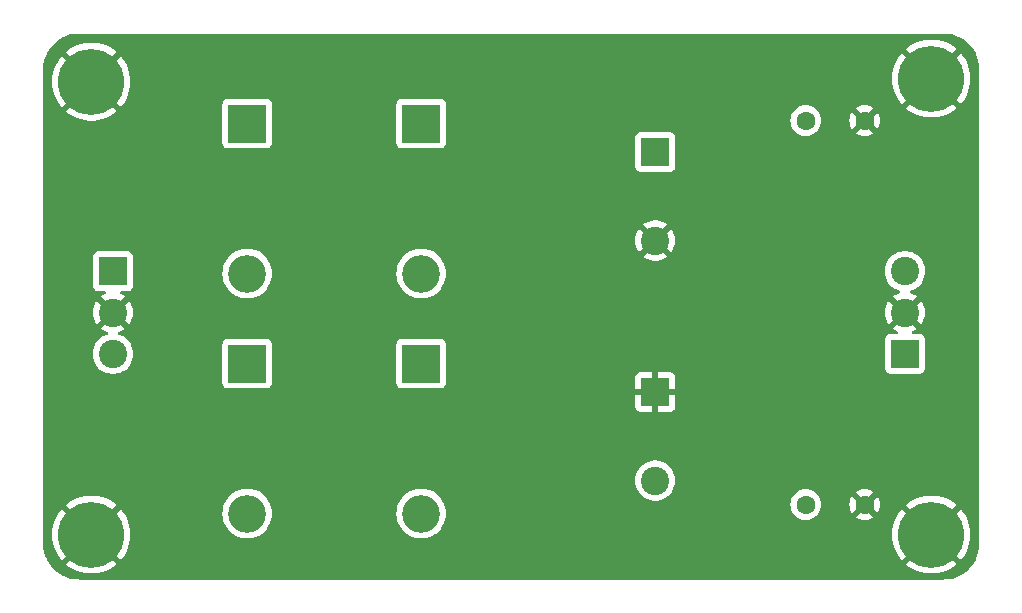
<source format=gbr>
%TF.GenerationSoftware,KiCad,Pcbnew,8.0.4*%
%TF.CreationDate,2024-09-01T10:08:45-04:00*%
%TF.ProjectId,power_supply,706f7765-725f-4737-9570-706c792e6b69,rev?*%
%TF.SameCoordinates,Original*%
%TF.FileFunction,Copper,L2,Bot*%
%TF.FilePolarity,Positive*%
%FSLAX46Y46*%
G04 Gerber Fmt 4.6, Leading zero omitted, Abs format (unit mm)*
G04 Created by KiCad (PCBNEW 8.0.4) date 2024-09-01 10:08:45*
%MOMM*%
%LPD*%
G01*
G04 APERTURE LIST*
%TA.AperFunction,ComponentPad*%
%ADD10C,5.600000*%
%TD*%
%TA.AperFunction,ComponentPad*%
%ADD11C,2.400000*%
%TD*%
%TA.AperFunction,ComponentPad*%
%ADD12R,2.400000X2.400000*%
%TD*%
%TA.AperFunction,ComponentPad*%
%ADD13R,3.200000X3.200000*%
%TD*%
%TA.AperFunction,ComponentPad*%
%ADD14O,3.200000X3.200000*%
%TD*%
%TA.AperFunction,ComponentPad*%
%ADD15C,1.600000*%
%TD*%
G04 APERTURE END LIST*
D10*
%TO.P,REF\u002A\u002A,1*%
%TO.N,GND*%
X60960000Y-104648000D03*
%TD*%
%TO.P,REF\u002A\u002A,1*%
%TO.N,GND*%
X132080000Y-104648000D03*
%TD*%
%TO.P,REF\u002A\u002A,1*%
%TO.N,GND*%
X132080000Y-66040000D03*
%TD*%
%TO.P,REF\u002A\u002A,1*%
%TO.N,GND*%
X60960000Y-66315000D03*
%TD*%
D11*
%TO.P,J2,3,Pin_3*%
%TO.N,/V+*%
X129856000Y-82352000D03*
%TO.P,J2,2,Pin_2*%
%TO.N,GND*%
X129856000Y-85852000D03*
D12*
%TO.P,J2,1,Pin_1*%
%TO.N,/V-*%
X129856000Y-89352000D03*
%TD*%
%TO.P,J1,1,Pin_1*%
%TO.N,/AC2*%
X62800000Y-82352000D03*
D11*
%TO.P,J1,2,Pin_2*%
%TO.N,GND*%
X62800000Y-85852000D03*
%TO.P,J1,3,Pin_3*%
%TO.N,/AC1*%
X62800000Y-89352000D03*
%TD*%
D13*
%TO.P,D3,1,K*%
%TO.N,/V+*%
X74168000Y-69850000D03*
D14*
%TO.P,D3,2,A*%
%TO.N,/AC2*%
X74168000Y-82550000D03*
%TD*%
D13*
%TO.P,D2,1,K*%
%TO.N,/AC2*%
X74168000Y-90170000D03*
D14*
%TO.P,D2,2,A*%
%TO.N,/V-*%
X74168000Y-102870000D03*
%TD*%
D13*
%TO.P,D1,1,K*%
%TO.N,/V+*%
X88900000Y-69850000D03*
D14*
%TO.P,D1,2,A*%
%TO.N,/AC1*%
X88900000Y-82550000D03*
%TD*%
D15*
%TO.P,C4,1*%
%TO.N,GND*%
X126452000Y-102108000D03*
%TO.P,C4,2*%
%TO.N,/V-*%
X121452000Y-102108000D03*
%TD*%
%TO.P,C3,1*%
%TO.N,/V+*%
X121452000Y-69596000D03*
%TO.P,C3,2*%
%TO.N,GND*%
X126452000Y-69596000D03*
%TD*%
D12*
%TO.P,C2,1*%
%TO.N,GND*%
X108712000Y-92576000D03*
D11*
%TO.P,C2,2*%
%TO.N,/V-*%
X108712000Y-100076000D03*
%TD*%
D12*
%TO.P,C1,1*%
%TO.N,/V+*%
X108712000Y-72256000D03*
D11*
%TO.P,C1,2*%
%TO.N,GND*%
X108712000Y-79756000D03*
%TD*%
D13*
%TO.P,D4,1,K*%
%TO.N,/AC1*%
X88900000Y-90170000D03*
D14*
%TO.P,D4,2,A*%
%TO.N,/V-*%
X88900000Y-102870000D03*
%TD*%
%TA.AperFunction,Conductor*%
%TO.N,GND*%
G36*
X133147471Y-62230195D02*
G01*
X133188136Y-62232478D01*
X133472949Y-62248473D01*
X133486748Y-62250027D01*
X133804695Y-62304049D01*
X133818252Y-62307143D01*
X134128148Y-62396423D01*
X134141272Y-62401016D01*
X134439215Y-62524427D01*
X134451737Y-62530456D01*
X134734006Y-62686461D01*
X134745779Y-62693859D01*
X135008789Y-62880475D01*
X135019649Y-62889135D01*
X135160492Y-63015000D01*
X135260127Y-63104039D01*
X135269960Y-63113872D01*
X135484859Y-63354344D01*
X135493528Y-63365216D01*
X135680139Y-63628219D01*
X135687538Y-63639993D01*
X135843539Y-63922255D01*
X135849572Y-63934784D01*
X135972983Y-64232727D01*
X135977576Y-64245851D01*
X136066856Y-64555747D01*
X136069950Y-64569304D01*
X136123970Y-64887240D01*
X136125527Y-64901058D01*
X136143805Y-65226527D01*
X136144000Y-65233480D01*
X136144000Y-105454519D01*
X136143805Y-105461472D01*
X136125527Y-105786941D01*
X136123970Y-105800759D01*
X136069950Y-106118695D01*
X136066856Y-106132252D01*
X135977576Y-106442148D01*
X135972983Y-106455272D01*
X135849572Y-106753215D01*
X135843539Y-106765744D01*
X135687538Y-107048006D01*
X135680139Y-107059780D01*
X135493528Y-107322783D01*
X135484859Y-107333655D01*
X135269960Y-107574127D01*
X135260127Y-107583960D01*
X135019655Y-107798859D01*
X135008783Y-107807528D01*
X134745780Y-107994139D01*
X134734006Y-108001538D01*
X134451744Y-108157539D01*
X134439215Y-108163572D01*
X134141272Y-108286983D01*
X134128148Y-108291576D01*
X133818252Y-108380856D01*
X133804695Y-108383950D01*
X133486759Y-108437970D01*
X133472941Y-108439527D01*
X133147472Y-108457805D01*
X133140519Y-108458000D01*
X59899481Y-108458000D01*
X59892528Y-108457805D01*
X59567058Y-108439527D01*
X59553240Y-108437970D01*
X59235304Y-108383950D01*
X59221747Y-108380856D01*
X58911851Y-108291576D01*
X58898727Y-108286983D01*
X58600784Y-108163572D01*
X58588255Y-108157539D01*
X58305993Y-108001538D01*
X58294219Y-107994139D01*
X58031216Y-107807528D01*
X58020344Y-107798859D01*
X57930000Y-107718123D01*
X57779870Y-107583958D01*
X57770039Y-107574127D01*
X57599586Y-107383390D01*
X57555135Y-107333649D01*
X57546475Y-107322789D01*
X57359859Y-107059779D01*
X57352461Y-107048006D01*
X57196456Y-106765737D01*
X57190427Y-106753215D01*
X57067016Y-106455272D01*
X57062423Y-106442148D01*
X56973143Y-106132252D01*
X56970049Y-106118695D01*
X56955944Y-106035677D01*
X56916027Y-105800748D01*
X56914473Y-105786949D01*
X56896195Y-105461471D01*
X56896000Y-105454519D01*
X56896000Y-104647997D01*
X57655153Y-104647997D01*
X57655153Y-104648002D01*
X57674526Y-105005314D01*
X57674527Y-105005331D01*
X57732415Y-105358431D01*
X57732421Y-105358457D01*
X57828147Y-105703232D01*
X57828149Y-105703239D01*
X57960597Y-106035659D01*
X57960606Y-106035677D01*
X58128218Y-106351827D01*
X58329024Y-106647994D01*
X58329035Y-106648008D01*
X58456441Y-106798002D01*
X58456442Y-106798002D01*
X59665747Y-105588697D01*
X59739588Y-105690330D01*
X59917670Y-105868412D01*
X60019300Y-105942251D01*
X58807257Y-107154294D01*
X58820495Y-107166836D01*
X59105367Y-107383388D01*
X59105370Y-107383390D01*
X59411990Y-107567876D01*
X59736739Y-107718122D01*
X59736744Y-107718123D01*
X60075855Y-107832383D01*
X60425339Y-107909311D01*
X60781075Y-107947999D01*
X60781085Y-107948000D01*
X61138915Y-107948000D01*
X61138924Y-107947999D01*
X61494660Y-107909311D01*
X61844144Y-107832383D01*
X62183255Y-107718123D01*
X62183260Y-107718122D01*
X62508009Y-107567876D01*
X62814629Y-107383390D01*
X62814632Y-107383388D01*
X63099509Y-107166831D01*
X63112742Y-107154295D01*
X63112742Y-107154294D01*
X61900699Y-105942251D01*
X62002330Y-105868412D01*
X62180412Y-105690330D01*
X62254251Y-105588698D01*
X63463556Y-106798002D01*
X63590972Y-106647998D01*
X63590975Y-106647994D01*
X63791781Y-106351827D01*
X63959393Y-106035677D01*
X63959402Y-106035659D01*
X64091850Y-105703239D01*
X64091852Y-105703232D01*
X64187578Y-105358457D01*
X64187584Y-105358431D01*
X64245472Y-105005331D01*
X64245473Y-105005314D01*
X64264847Y-104648002D01*
X64264847Y-104647997D01*
X64245473Y-104290685D01*
X64245472Y-104290668D01*
X64187584Y-103937568D01*
X64187578Y-103937542D01*
X64091852Y-103592767D01*
X64091850Y-103592760D01*
X63959402Y-103260340D01*
X63959393Y-103260322D01*
X63791781Y-102944172D01*
X63741491Y-102870000D01*
X72062592Y-102870000D01*
X72082201Y-103156680D01*
X72082201Y-103156684D01*
X72082202Y-103156686D01*
X72099127Y-103238132D01*
X72140666Y-103438034D01*
X72140667Y-103438037D01*
X72236894Y-103708793D01*
X72236893Y-103708793D01*
X72369098Y-103963935D01*
X72534812Y-104198700D01*
X72604514Y-104273332D01*
X72730947Y-104408708D01*
X72953853Y-104590055D01*
X73049137Y-104647999D01*
X73199382Y-104739365D01*
X73386237Y-104820526D01*
X73462942Y-104853844D01*
X73739642Y-104931371D01*
X73989920Y-104965771D01*
X74024321Y-104970500D01*
X74024322Y-104970500D01*
X74311679Y-104970500D01*
X74342370Y-104966281D01*
X74596358Y-104931371D01*
X74873058Y-104853844D01*
X74986015Y-104804779D01*
X75136617Y-104739365D01*
X75136620Y-104739363D01*
X75136625Y-104739361D01*
X75382147Y-104590055D01*
X75605053Y-104408708D01*
X75801189Y-104198698D01*
X75966901Y-103963936D01*
X76099104Y-103708797D01*
X76195334Y-103438032D01*
X76253798Y-103156686D01*
X76273408Y-102870000D01*
X86794592Y-102870000D01*
X86814201Y-103156680D01*
X86814201Y-103156684D01*
X86814202Y-103156686D01*
X86831127Y-103238132D01*
X86872666Y-103438034D01*
X86872667Y-103438037D01*
X86968894Y-103708793D01*
X86968893Y-103708793D01*
X87101098Y-103963935D01*
X87266812Y-104198700D01*
X87336514Y-104273332D01*
X87462947Y-104408708D01*
X87685853Y-104590055D01*
X87781137Y-104647999D01*
X87931382Y-104739365D01*
X88118237Y-104820526D01*
X88194942Y-104853844D01*
X88471642Y-104931371D01*
X88721920Y-104965771D01*
X88756321Y-104970500D01*
X88756322Y-104970500D01*
X89043679Y-104970500D01*
X89074370Y-104966281D01*
X89328358Y-104931371D01*
X89605058Y-104853844D01*
X89718015Y-104804779D01*
X89868617Y-104739365D01*
X89868620Y-104739363D01*
X89868625Y-104739361D01*
X90018866Y-104647997D01*
X128775153Y-104647997D01*
X128775153Y-104648002D01*
X128794526Y-105005314D01*
X128794527Y-105005331D01*
X128852415Y-105358431D01*
X128852421Y-105358457D01*
X128948147Y-105703232D01*
X128948149Y-105703239D01*
X129080597Y-106035659D01*
X129080606Y-106035677D01*
X129248218Y-106351827D01*
X129449024Y-106647994D01*
X129449035Y-106648008D01*
X129576441Y-106798002D01*
X129576442Y-106798002D01*
X130785747Y-105588697D01*
X130859588Y-105690330D01*
X131037670Y-105868412D01*
X131139300Y-105942251D01*
X129927257Y-107154294D01*
X129940495Y-107166836D01*
X130225367Y-107383388D01*
X130225370Y-107383390D01*
X130531990Y-107567876D01*
X130856739Y-107718122D01*
X130856744Y-107718123D01*
X131195855Y-107832383D01*
X131545339Y-107909311D01*
X131901075Y-107947999D01*
X131901085Y-107948000D01*
X132258915Y-107948000D01*
X132258924Y-107947999D01*
X132614660Y-107909311D01*
X132964144Y-107832383D01*
X133303255Y-107718123D01*
X133303260Y-107718122D01*
X133628009Y-107567876D01*
X133934629Y-107383390D01*
X133934632Y-107383388D01*
X134219509Y-107166831D01*
X134232742Y-107154295D01*
X134232742Y-107154294D01*
X133020699Y-105942251D01*
X133122330Y-105868412D01*
X133300412Y-105690330D01*
X133374251Y-105588698D01*
X134583556Y-106798002D01*
X134710972Y-106647998D01*
X134710975Y-106647994D01*
X134911781Y-106351827D01*
X135079393Y-106035677D01*
X135079402Y-106035659D01*
X135211850Y-105703239D01*
X135211852Y-105703232D01*
X135307578Y-105358457D01*
X135307584Y-105358431D01*
X135365472Y-105005331D01*
X135365473Y-105005314D01*
X135384847Y-104648002D01*
X135384847Y-104647997D01*
X135365473Y-104290685D01*
X135365472Y-104290668D01*
X135307584Y-103937568D01*
X135307578Y-103937542D01*
X135211852Y-103592767D01*
X135211850Y-103592760D01*
X135079402Y-103260340D01*
X135079393Y-103260322D01*
X134911781Y-102944172D01*
X134710975Y-102648005D01*
X134710964Y-102647991D01*
X134583556Y-102497996D01*
X133374251Y-103707301D01*
X133300412Y-103605670D01*
X133122330Y-103427588D01*
X133020698Y-103353748D01*
X134232742Y-102141704D01*
X134219504Y-102129163D01*
X133934632Y-101912611D01*
X133934629Y-101912609D01*
X133628009Y-101728123D01*
X133303260Y-101577877D01*
X133303255Y-101577876D01*
X132964144Y-101463616D01*
X132614660Y-101386688D01*
X132258924Y-101348000D01*
X131901075Y-101348000D01*
X131545339Y-101386688D01*
X131195855Y-101463616D01*
X130856744Y-101577876D01*
X130856739Y-101577877D01*
X130531990Y-101728123D01*
X130225370Y-101912609D01*
X130225367Y-101912611D01*
X129940486Y-102129170D01*
X129940485Y-102129171D01*
X129927257Y-102141702D01*
X129927256Y-102141703D01*
X131139301Y-103353748D01*
X131037670Y-103427588D01*
X130859588Y-103605670D01*
X130785748Y-103707301D01*
X129576442Y-102497995D01*
X129576441Y-102497996D01*
X129449033Y-102647992D01*
X129248218Y-102944172D01*
X129080606Y-103260322D01*
X129080597Y-103260340D01*
X128948149Y-103592760D01*
X128948147Y-103592767D01*
X128852421Y-103937542D01*
X128852415Y-103937568D01*
X128794527Y-104290668D01*
X128794526Y-104290685D01*
X128775153Y-104647997D01*
X90018866Y-104647997D01*
X90114147Y-104590055D01*
X90337053Y-104408708D01*
X90533189Y-104198698D01*
X90698901Y-103963936D01*
X90831104Y-103708797D01*
X90927334Y-103438032D01*
X90985798Y-103156686D01*
X91005408Y-102870000D01*
X90985798Y-102583314D01*
X90927334Y-102301968D01*
X90858397Y-102107998D01*
X120146532Y-102107998D01*
X120146532Y-102108001D01*
X120166364Y-102334686D01*
X120166366Y-102334697D01*
X120225258Y-102554488D01*
X120225261Y-102554497D01*
X120321431Y-102760732D01*
X120321432Y-102760734D01*
X120451954Y-102947141D01*
X120612858Y-103108045D01*
X120612861Y-103108047D01*
X120799266Y-103238568D01*
X121005504Y-103334739D01*
X121225308Y-103393635D01*
X121387230Y-103407801D01*
X121451998Y-103413468D01*
X121452000Y-103413468D01*
X121452002Y-103413468D01*
X121508673Y-103408509D01*
X121678692Y-103393635D01*
X121898496Y-103334739D01*
X122104734Y-103238568D01*
X122291139Y-103108047D01*
X122452047Y-102947139D01*
X122582568Y-102760734D01*
X122678739Y-102554496D01*
X122737635Y-102334692D01*
X122755616Y-102129170D01*
X122757468Y-102108001D01*
X122757468Y-102107998D01*
X122757468Y-102107997D01*
X125147034Y-102107997D01*
X125147034Y-102108002D01*
X125166858Y-102334599D01*
X125166860Y-102334610D01*
X125225730Y-102554317D01*
X125225735Y-102554331D01*
X125321863Y-102760478D01*
X125372974Y-102833472D01*
X126052000Y-102154446D01*
X126052000Y-102160661D01*
X126079259Y-102262394D01*
X126131920Y-102353606D01*
X126206394Y-102428080D01*
X126297606Y-102480741D01*
X126399339Y-102508000D01*
X126405553Y-102508000D01*
X125726526Y-103187025D01*
X125799513Y-103238132D01*
X125799521Y-103238136D01*
X126005668Y-103334264D01*
X126005682Y-103334269D01*
X126225389Y-103393139D01*
X126225400Y-103393141D01*
X126451998Y-103412966D01*
X126452002Y-103412966D01*
X126678599Y-103393141D01*
X126678610Y-103393139D01*
X126898317Y-103334269D01*
X126898331Y-103334264D01*
X127104478Y-103238136D01*
X127177471Y-103187024D01*
X126498447Y-102508000D01*
X126504661Y-102508000D01*
X126606394Y-102480741D01*
X126697606Y-102428080D01*
X126772080Y-102353606D01*
X126824741Y-102262394D01*
X126852000Y-102160661D01*
X126852000Y-102154447D01*
X127531024Y-102833471D01*
X127582136Y-102760478D01*
X127678264Y-102554331D01*
X127678269Y-102554317D01*
X127737139Y-102334610D01*
X127737141Y-102334599D01*
X127756966Y-102108002D01*
X127756966Y-102107997D01*
X127737141Y-101881400D01*
X127737139Y-101881389D01*
X127678269Y-101661682D01*
X127678264Y-101661668D01*
X127582136Y-101455521D01*
X127582132Y-101455513D01*
X127531025Y-101382526D01*
X126852000Y-102061551D01*
X126852000Y-102055339D01*
X126824741Y-101953606D01*
X126772080Y-101862394D01*
X126697606Y-101787920D01*
X126606394Y-101735259D01*
X126504661Y-101708000D01*
X126498448Y-101708000D01*
X127177472Y-101028974D01*
X127104478Y-100977863D01*
X126898331Y-100881735D01*
X126898317Y-100881730D01*
X126678610Y-100822860D01*
X126678599Y-100822858D01*
X126452002Y-100803034D01*
X126451998Y-100803034D01*
X126225400Y-100822858D01*
X126225389Y-100822860D01*
X126005682Y-100881730D01*
X126005673Y-100881734D01*
X125799516Y-100977866D01*
X125799512Y-100977868D01*
X125726526Y-101028973D01*
X125726526Y-101028974D01*
X126405553Y-101708000D01*
X126399339Y-101708000D01*
X126297606Y-101735259D01*
X126206394Y-101787920D01*
X126131920Y-101862394D01*
X126079259Y-101953606D01*
X126052000Y-102055339D01*
X126052000Y-102061552D01*
X125372974Y-101382526D01*
X125372973Y-101382526D01*
X125321868Y-101455512D01*
X125321866Y-101455516D01*
X125225734Y-101661673D01*
X125225730Y-101661682D01*
X125166860Y-101881389D01*
X125166858Y-101881400D01*
X125147034Y-102107997D01*
X122757468Y-102107997D01*
X122743960Y-101953606D01*
X122737635Y-101881308D01*
X122678739Y-101661504D01*
X122582568Y-101455266D01*
X122452047Y-101268861D01*
X122452045Y-101268858D01*
X122291141Y-101107954D01*
X122104734Y-100977432D01*
X122104732Y-100977431D01*
X121898497Y-100881261D01*
X121898488Y-100881258D01*
X121678697Y-100822366D01*
X121678693Y-100822365D01*
X121678692Y-100822365D01*
X121678691Y-100822364D01*
X121678686Y-100822364D01*
X121452002Y-100802532D01*
X121451998Y-100802532D01*
X121225313Y-100822364D01*
X121225302Y-100822366D01*
X121005511Y-100881258D01*
X121005502Y-100881261D01*
X120799267Y-100977431D01*
X120799265Y-100977432D01*
X120612858Y-101107954D01*
X120451954Y-101268858D01*
X120321432Y-101455265D01*
X120321431Y-101455267D01*
X120225261Y-101661502D01*
X120225258Y-101661511D01*
X120166366Y-101881302D01*
X120166364Y-101881313D01*
X120146532Y-102107998D01*
X90858397Y-102107998D01*
X90831105Y-102031206D01*
X90831106Y-102031206D01*
X90698901Y-101776064D01*
X90533187Y-101541299D01*
X90384902Y-101382526D01*
X90337053Y-101331292D01*
X90114147Y-101149945D01*
X90114146Y-101149944D01*
X89868617Y-101000634D01*
X89605063Y-100886158D01*
X89605061Y-100886157D01*
X89605058Y-100886156D01*
X89475578Y-100849877D01*
X89328364Y-100808630D01*
X89328359Y-100808629D01*
X89328358Y-100808629D01*
X89186018Y-100789064D01*
X89043679Y-100769500D01*
X89043678Y-100769500D01*
X88756322Y-100769500D01*
X88756321Y-100769500D01*
X88471642Y-100808629D01*
X88471635Y-100808630D01*
X88263861Y-100866845D01*
X88194942Y-100886156D01*
X88194939Y-100886156D01*
X88194936Y-100886158D01*
X88194935Y-100886158D01*
X87931382Y-101000634D01*
X87685853Y-101149944D01*
X87462950Y-101331289D01*
X87266812Y-101541299D01*
X87101098Y-101776064D01*
X86968894Y-102031206D01*
X86872667Y-102301962D01*
X86872666Y-102301965D01*
X86814201Y-102583319D01*
X86794592Y-102870000D01*
X76273408Y-102870000D01*
X76253798Y-102583314D01*
X76195334Y-102301968D01*
X76099105Y-102031206D01*
X76099106Y-102031206D01*
X75966901Y-101776064D01*
X75801187Y-101541299D01*
X75652902Y-101382526D01*
X75605053Y-101331292D01*
X75382147Y-101149945D01*
X75382146Y-101149944D01*
X75136617Y-101000634D01*
X74873063Y-100886158D01*
X74873061Y-100886157D01*
X74873058Y-100886156D01*
X74743578Y-100849877D01*
X74596364Y-100808630D01*
X74596359Y-100808629D01*
X74596358Y-100808629D01*
X74454018Y-100789064D01*
X74311679Y-100769500D01*
X74311678Y-100769500D01*
X74024322Y-100769500D01*
X74024321Y-100769500D01*
X73739642Y-100808629D01*
X73739635Y-100808630D01*
X73531861Y-100866845D01*
X73462942Y-100886156D01*
X73462939Y-100886156D01*
X73462936Y-100886158D01*
X73462935Y-100886158D01*
X73199382Y-101000634D01*
X72953853Y-101149944D01*
X72730950Y-101331289D01*
X72534812Y-101541299D01*
X72369098Y-101776064D01*
X72236894Y-102031206D01*
X72140667Y-102301962D01*
X72140666Y-102301965D01*
X72082201Y-102583319D01*
X72062592Y-102870000D01*
X63741491Y-102870000D01*
X63590975Y-102648005D01*
X63590964Y-102647991D01*
X63463556Y-102497996D01*
X62254251Y-103707301D01*
X62180412Y-103605670D01*
X62002330Y-103427588D01*
X61900698Y-103353748D01*
X63112742Y-102141704D01*
X63099504Y-102129163D01*
X62814632Y-101912611D01*
X62814629Y-101912609D01*
X62508009Y-101728123D01*
X62183260Y-101577877D01*
X62183255Y-101577876D01*
X61844144Y-101463616D01*
X61494660Y-101386688D01*
X61138924Y-101348000D01*
X60781075Y-101348000D01*
X60425339Y-101386688D01*
X60075855Y-101463616D01*
X59736744Y-101577876D01*
X59736739Y-101577877D01*
X59411990Y-101728123D01*
X59105370Y-101912609D01*
X59105367Y-101912611D01*
X58820486Y-102129170D01*
X58820485Y-102129171D01*
X58807257Y-102141702D01*
X58807256Y-102141703D01*
X60019301Y-103353748D01*
X59917670Y-103427588D01*
X59739588Y-103605670D01*
X59665748Y-103707301D01*
X58456442Y-102497995D01*
X58456441Y-102497996D01*
X58329033Y-102647992D01*
X58128218Y-102944172D01*
X57960606Y-103260322D01*
X57960597Y-103260340D01*
X57828149Y-103592760D01*
X57828147Y-103592767D01*
X57732421Y-103937542D01*
X57732415Y-103937568D01*
X57674527Y-104290668D01*
X57674526Y-104290685D01*
X57655153Y-104647997D01*
X56896000Y-104647997D01*
X56896000Y-100075995D01*
X107006732Y-100075995D01*
X107006732Y-100076004D01*
X107025777Y-100330154D01*
X107025778Y-100330157D01*
X107082492Y-100578637D01*
X107175607Y-100815888D01*
X107303041Y-101036612D01*
X107461950Y-101235877D01*
X107648783Y-101409232D01*
X107859366Y-101552805D01*
X107859371Y-101552807D01*
X107859372Y-101552808D01*
X107859373Y-101552809D01*
X107981328Y-101611538D01*
X108088992Y-101663387D01*
X108088993Y-101663387D01*
X108088996Y-101663389D01*
X108332542Y-101738513D01*
X108584565Y-101776500D01*
X108839435Y-101776500D01*
X109091458Y-101738513D01*
X109335004Y-101663389D01*
X109564634Y-101552805D01*
X109775217Y-101409232D01*
X109962050Y-101235877D01*
X110120959Y-101036612D01*
X110248393Y-100815888D01*
X110341508Y-100578637D01*
X110398222Y-100330157D01*
X110417268Y-100076000D01*
X110398222Y-99821843D01*
X110341508Y-99573363D01*
X110248393Y-99336112D01*
X110120959Y-99115388D01*
X109962050Y-98916123D01*
X109775217Y-98742768D01*
X109564634Y-98599195D01*
X109564630Y-98599193D01*
X109564627Y-98599191D01*
X109564626Y-98599190D01*
X109335006Y-98488612D01*
X109335008Y-98488612D01*
X109091466Y-98413489D01*
X109091462Y-98413488D01*
X109091458Y-98413487D01*
X108970231Y-98395214D01*
X108839440Y-98375500D01*
X108839435Y-98375500D01*
X108584565Y-98375500D01*
X108584559Y-98375500D01*
X108427609Y-98399157D01*
X108332542Y-98413487D01*
X108332539Y-98413488D01*
X108332533Y-98413489D01*
X108088992Y-98488612D01*
X107859373Y-98599190D01*
X107859372Y-98599191D01*
X107648782Y-98742768D01*
X107461952Y-98916121D01*
X107461950Y-98916123D01*
X107303041Y-99115388D01*
X107175608Y-99336109D01*
X107082492Y-99573362D01*
X107082490Y-99573369D01*
X107025777Y-99821845D01*
X107006732Y-100075995D01*
X56896000Y-100075995D01*
X56896000Y-89351995D01*
X61094732Y-89351995D01*
X61094732Y-89352004D01*
X61113777Y-89606154D01*
X61113778Y-89606157D01*
X61170492Y-89854637D01*
X61263607Y-90091888D01*
X61391041Y-90312612D01*
X61549950Y-90511877D01*
X61736783Y-90685232D01*
X61947366Y-90828805D01*
X61947371Y-90828807D01*
X61947372Y-90828808D01*
X61947373Y-90828809D01*
X62045367Y-90876000D01*
X62176992Y-90939387D01*
X62176993Y-90939387D01*
X62176996Y-90939389D01*
X62420542Y-91014513D01*
X62672565Y-91052500D01*
X62927435Y-91052500D01*
X63179458Y-91014513D01*
X63423004Y-90939389D01*
X63652634Y-90828805D01*
X63863217Y-90685232D01*
X64050050Y-90511877D01*
X64208959Y-90312612D01*
X64336393Y-90091888D01*
X64429508Y-89854637D01*
X64486222Y-89606157D01*
X64505268Y-89352000D01*
X64486222Y-89097843D01*
X64429508Y-88849363D01*
X64336393Y-88612112D01*
X64284445Y-88522135D01*
X72067500Y-88522135D01*
X72067500Y-91817870D01*
X72067501Y-91817876D01*
X72073908Y-91877483D01*
X72124202Y-92012328D01*
X72124206Y-92012335D01*
X72210452Y-92127544D01*
X72210455Y-92127547D01*
X72325664Y-92213793D01*
X72325671Y-92213797D01*
X72460517Y-92264091D01*
X72460516Y-92264091D01*
X72467444Y-92264835D01*
X72520127Y-92270500D01*
X75815872Y-92270499D01*
X75875483Y-92264091D01*
X76010331Y-92213796D01*
X76125546Y-92127546D01*
X76211796Y-92012331D01*
X76262091Y-91877483D01*
X76268500Y-91817873D01*
X76268499Y-88522135D01*
X86799500Y-88522135D01*
X86799500Y-91817870D01*
X86799501Y-91817876D01*
X86805908Y-91877483D01*
X86856202Y-92012328D01*
X86856206Y-92012335D01*
X86942452Y-92127544D01*
X86942455Y-92127547D01*
X87057664Y-92213793D01*
X87057671Y-92213797D01*
X87192517Y-92264091D01*
X87192516Y-92264091D01*
X87199444Y-92264835D01*
X87252127Y-92270500D01*
X90547872Y-92270499D01*
X90607483Y-92264091D01*
X90742331Y-92213796D01*
X90857546Y-92127546D01*
X90943796Y-92012331D01*
X90994091Y-91877483D01*
X91000500Y-91817873D01*
X91000500Y-91328155D01*
X107012000Y-91328155D01*
X107012000Y-92326000D01*
X108163518Y-92326000D01*
X108152889Y-92344409D01*
X108112000Y-92497009D01*
X108112000Y-92654991D01*
X108152889Y-92807591D01*
X108163518Y-92826000D01*
X107012000Y-92826000D01*
X107012000Y-93823844D01*
X107018401Y-93883372D01*
X107018403Y-93883379D01*
X107068645Y-94018086D01*
X107068649Y-94018093D01*
X107154809Y-94133187D01*
X107154812Y-94133190D01*
X107269906Y-94219350D01*
X107269913Y-94219354D01*
X107404620Y-94269596D01*
X107404627Y-94269598D01*
X107464155Y-94275999D01*
X107464172Y-94276000D01*
X108462000Y-94276000D01*
X108462000Y-93124482D01*
X108480409Y-93135111D01*
X108633009Y-93176000D01*
X108790991Y-93176000D01*
X108943591Y-93135111D01*
X108962000Y-93124482D01*
X108962000Y-94276000D01*
X109959828Y-94276000D01*
X109959844Y-94275999D01*
X110019372Y-94269598D01*
X110019379Y-94269596D01*
X110154086Y-94219354D01*
X110154093Y-94219350D01*
X110269187Y-94133190D01*
X110269190Y-94133187D01*
X110355350Y-94018093D01*
X110355354Y-94018086D01*
X110405596Y-93883379D01*
X110405598Y-93883372D01*
X110411999Y-93823844D01*
X110412000Y-93823827D01*
X110412000Y-92826000D01*
X109260482Y-92826000D01*
X109271111Y-92807591D01*
X109312000Y-92654991D01*
X109312000Y-92497009D01*
X109271111Y-92344409D01*
X109260482Y-92326000D01*
X110412000Y-92326000D01*
X110412000Y-91328172D01*
X110411999Y-91328155D01*
X110405598Y-91268627D01*
X110405596Y-91268620D01*
X110355354Y-91133913D01*
X110355350Y-91133906D01*
X110269190Y-91018812D01*
X110269187Y-91018809D01*
X110154093Y-90932649D01*
X110154086Y-90932645D01*
X110019379Y-90882403D01*
X110019372Y-90882401D01*
X109959844Y-90876000D01*
X108962000Y-90876000D01*
X108962000Y-92027517D01*
X108943591Y-92016889D01*
X108790991Y-91976000D01*
X108633009Y-91976000D01*
X108480409Y-92016889D01*
X108462000Y-92027517D01*
X108462000Y-90876000D01*
X107464155Y-90876000D01*
X107404627Y-90882401D01*
X107404620Y-90882403D01*
X107269913Y-90932645D01*
X107269906Y-90932649D01*
X107154812Y-91018809D01*
X107154809Y-91018812D01*
X107068649Y-91133906D01*
X107068645Y-91133913D01*
X107018403Y-91268620D01*
X107018401Y-91268627D01*
X107012000Y-91328155D01*
X91000500Y-91328155D01*
X91000499Y-88522128D01*
X90994091Y-88462517D01*
X90943796Y-88327669D01*
X90943795Y-88327668D01*
X90943793Y-88327664D01*
X90857547Y-88212455D01*
X90857544Y-88212452D01*
X90742335Y-88126206D01*
X90742328Y-88126202D01*
X90607482Y-88075908D01*
X90607483Y-88075908D01*
X90547883Y-88069501D01*
X90547881Y-88069500D01*
X90547873Y-88069500D01*
X90547864Y-88069500D01*
X87252129Y-88069500D01*
X87252123Y-88069501D01*
X87192516Y-88075908D01*
X87057671Y-88126202D01*
X87057664Y-88126206D01*
X86942455Y-88212452D01*
X86942452Y-88212455D01*
X86856206Y-88327664D01*
X86856202Y-88327671D01*
X86805908Y-88462517D01*
X86799501Y-88522116D01*
X86799501Y-88522123D01*
X86799500Y-88522135D01*
X76268499Y-88522135D01*
X76268499Y-88522128D01*
X76262091Y-88462517D01*
X76211796Y-88327669D01*
X76211795Y-88327668D01*
X76211793Y-88327664D01*
X76125547Y-88212455D01*
X76125544Y-88212452D01*
X76010335Y-88126206D01*
X76010328Y-88126202D01*
X75875482Y-88075908D01*
X75875483Y-88075908D01*
X75815883Y-88069501D01*
X75815881Y-88069500D01*
X75815873Y-88069500D01*
X75815864Y-88069500D01*
X72520129Y-88069500D01*
X72520123Y-88069501D01*
X72460516Y-88075908D01*
X72325671Y-88126202D01*
X72325664Y-88126206D01*
X72210455Y-88212452D01*
X72210452Y-88212455D01*
X72124206Y-88327664D01*
X72124202Y-88327671D01*
X72073908Y-88462517D01*
X72067501Y-88522116D01*
X72067501Y-88522123D01*
X72067500Y-88522135D01*
X64284445Y-88522135D01*
X64208959Y-88391388D01*
X64050050Y-88192123D01*
X63863217Y-88018768D01*
X63652634Y-87875195D01*
X63652630Y-87875193D01*
X63652627Y-87875191D01*
X63652626Y-87875190D01*
X63423009Y-87764613D01*
X63423006Y-87764612D01*
X63423004Y-87764611D01*
X63333241Y-87736922D01*
X63279122Y-87720229D01*
X63220864Y-87681658D01*
X63192706Y-87617713D01*
X63203590Y-87548697D01*
X63250059Y-87496520D01*
X63279124Y-87483247D01*
X63422822Y-87438922D01*
X63422823Y-87438921D01*
X63652376Y-87328376D01*
X63652377Y-87328375D01*
X63813185Y-87218738D01*
X63011060Y-86416612D01*
X63031591Y-86411111D01*
X63168408Y-86332119D01*
X63280119Y-86220408D01*
X63359111Y-86083591D01*
X63364612Y-86063059D01*
X64166544Y-86864992D01*
X64166546Y-86864991D01*
X64208544Y-86812330D01*
X64335941Y-86591671D01*
X64429026Y-86354494D01*
X64429031Y-86354477D01*
X64485726Y-86106079D01*
X64504767Y-85852004D01*
X64504767Y-85851995D01*
X64485726Y-85597920D01*
X64429031Y-85349522D01*
X64429026Y-85349505D01*
X64335941Y-85112328D01*
X64335942Y-85112328D01*
X64208545Y-84891672D01*
X64166545Y-84839006D01*
X63364612Y-85640939D01*
X63359111Y-85620409D01*
X63280119Y-85483592D01*
X63168408Y-85371881D01*
X63031591Y-85292889D01*
X63011059Y-85287387D01*
X63813185Y-84485260D01*
X63652384Y-84375628D01*
X63652376Y-84375623D01*
X63470876Y-84288219D01*
X63419016Y-84241397D01*
X63400703Y-84173970D01*
X63421750Y-84107346D01*
X63475477Y-84062678D01*
X63524675Y-84052499D01*
X64047872Y-84052499D01*
X64107483Y-84046091D01*
X64242331Y-83995796D01*
X64357546Y-83909546D01*
X64443796Y-83794331D01*
X64494091Y-83659483D01*
X64500500Y-83599873D01*
X64500500Y-82550000D01*
X72062592Y-82550000D01*
X72082201Y-82836680D01*
X72140666Y-83118034D01*
X72140667Y-83118037D01*
X72236894Y-83388793D01*
X72236893Y-83388793D01*
X72369098Y-83643935D01*
X72534812Y-83878700D01*
X72619923Y-83969831D01*
X72730947Y-84088708D01*
X72953853Y-84270055D01*
X73127451Y-84375623D01*
X73199382Y-84419365D01*
X73351090Y-84485260D01*
X73462942Y-84533844D01*
X73739642Y-84611371D01*
X73989920Y-84645771D01*
X74024321Y-84650500D01*
X74024322Y-84650500D01*
X74311679Y-84650500D01*
X74342370Y-84646281D01*
X74596358Y-84611371D01*
X74873058Y-84533844D01*
X74986015Y-84484779D01*
X75136617Y-84419365D01*
X75136620Y-84419363D01*
X75136625Y-84419361D01*
X75382147Y-84270055D01*
X75605053Y-84088708D01*
X75801189Y-83878698D01*
X75966901Y-83643936D01*
X76099104Y-83388797D01*
X76195334Y-83118032D01*
X76253798Y-82836686D01*
X76273408Y-82550000D01*
X86794592Y-82550000D01*
X86814201Y-82836680D01*
X86872666Y-83118034D01*
X86872667Y-83118037D01*
X86968894Y-83388793D01*
X86968893Y-83388793D01*
X87101098Y-83643935D01*
X87266812Y-83878700D01*
X87351923Y-83969831D01*
X87462947Y-84088708D01*
X87685853Y-84270055D01*
X87859451Y-84375623D01*
X87931382Y-84419365D01*
X88083090Y-84485260D01*
X88194942Y-84533844D01*
X88471642Y-84611371D01*
X88721920Y-84645771D01*
X88756321Y-84650500D01*
X88756322Y-84650500D01*
X89043679Y-84650500D01*
X89074370Y-84646281D01*
X89328358Y-84611371D01*
X89605058Y-84533844D01*
X89718015Y-84484779D01*
X89868617Y-84419365D01*
X89868620Y-84419363D01*
X89868625Y-84419361D01*
X90114147Y-84270055D01*
X90337053Y-84088708D01*
X90533189Y-83878698D01*
X90698901Y-83643936D01*
X90831104Y-83388797D01*
X90927334Y-83118032D01*
X90985798Y-82836686D01*
X91005408Y-82550000D01*
X90991864Y-82351995D01*
X128150732Y-82351995D01*
X128150732Y-82352004D01*
X128169777Y-82606154D01*
X128222394Y-82836686D01*
X128226492Y-82854637D01*
X128319607Y-83091888D01*
X128447041Y-83312612D01*
X128605950Y-83511877D01*
X128792783Y-83685232D01*
X129003366Y-83828805D01*
X129003371Y-83828807D01*
X129003372Y-83828808D01*
X129003373Y-83828809D01*
X129106970Y-83878698D01*
X129232992Y-83939387D01*
X129232993Y-83939387D01*
X129232996Y-83939389D01*
X129376876Y-83983770D01*
X129435135Y-84022341D01*
X129463293Y-84086285D01*
X129452409Y-84155302D01*
X129405940Y-84207479D01*
X129376876Y-84220752D01*
X129233175Y-84265078D01*
X129003622Y-84375625D01*
X129003609Y-84375632D01*
X128842813Y-84485259D01*
X129644941Y-85287387D01*
X129624409Y-85292889D01*
X129487592Y-85371881D01*
X129375881Y-85483592D01*
X129296889Y-85620409D01*
X129291387Y-85640940D01*
X128489452Y-84839006D01*
X128447457Y-84891667D01*
X128320058Y-85112328D01*
X128226973Y-85349505D01*
X128226968Y-85349522D01*
X128170273Y-85597920D01*
X128151233Y-85851995D01*
X128151233Y-85852004D01*
X128170273Y-86106079D01*
X128226968Y-86354477D01*
X128226973Y-86354494D01*
X128320058Y-86591671D01*
X128320057Y-86591671D01*
X128447454Y-86812327D01*
X128447461Y-86812338D01*
X128489452Y-86864991D01*
X128489453Y-86864992D01*
X129291387Y-86063058D01*
X129296889Y-86083591D01*
X129375881Y-86220408D01*
X129487592Y-86332119D01*
X129624409Y-86411111D01*
X129644940Y-86416612D01*
X128842813Y-87218738D01*
X129003616Y-87328371D01*
X129003624Y-87328376D01*
X129185123Y-87415780D01*
X129236983Y-87462602D01*
X129255296Y-87530029D01*
X129234249Y-87596653D01*
X129180522Y-87641321D01*
X129131322Y-87651500D01*
X128608129Y-87651500D01*
X128608123Y-87651501D01*
X128548516Y-87657908D01*
X128413671Y-87708202D01*
X128413664Y-87708206D01*
X128298455Y-87794452D01*
X128298452Y-87794455D01*
X128212206Y-87909664D01*
X128212202Y-87909671D01*
X128161908Y-88044517D01*
X128155501Y-88104116D01*
X128155501Y-88104123D01*
X128155500Y-88104135D01*
X128155500Y-90599870D01*
X128155501Y-90599876D01*
X128161908Y-90659483D01*
X128212202Y-90794328D01*
X128212206Y-90794335D01*
X128298452Y-90909544D01*
X128298455Y-90909547D01*
X128413664Y-90995793D01*
X128413671Y-90995797D01*
X128548517Y-91046091D01*
X128548516Y-91046091D01*
X128555444Y-91046835D01*
X128608127Y-91052500D01*
X131103872Y-91052499D01*
X131163483Y-91046091D01*
X131298331Y-90995796D01*
X131413546Y-90909546D01*
X131499796Y-90794331D01*
X131550091Y-90659483D01*
X131556500Y-90599873D01*
X131556499Y-88104128D01*
X131550091Y-88044517D01*
X131540487Y-88018768D01*
X131499797Y-87909671D01*
X131499793Y-87909664D01*
X131413547Y-87794455D01*
X131413544Y-87794452D01*
X131298335Y-87708206D01*
X131298328Y-87708202D01*
X131163482Y-87657908D01*
X131163483Y-87657908D01*
X131103883Y-87651501D01*
X131103881Y-87651500D01*
X131103873Y-87651500D01*
X131103865Y-87651500D01*
X130580679Y-87651500D01*
X130513640Y-87631815D01*
X130467885Y-87579011D01*
X130457941Y-87509853D01*
X130486966Y-87446297D01*
X130526878Y-87415780D01*
X130708376Y-87328376D01*
X130708377Y-87328375D01*
X130869185Y-87218738D01*
X130067060Y-86416612D01*
X130087591Y-86411111D01*
X130224408Y-86332119D01*
X130336119Y-86220408D01*
X130415111Y-86083591D01*
X130420612Y-86063059D01*
X131222544Y-86864992D01*
X131222546Y-86864991D01*
X131264544Y-86812330D01*
X131391941Y-86591671D01*
X131485026Y-86354494D01*
X131485031Y-86354477D01*
X131541726Y-86106079D01*
X131560767Y-85852004D01*
X131560767Y-85851995D01*
X131541726Y-85597920D01*
X131485031Y-85349522D01*
X131485026Y-85349505D01*
X131391941Y-85112328D01*
X131391942Y-85112328D01*
X131264545Y-84891672D01*
X131222545Y-84839006D01*
X130420612Y-85640939D01*
X130415111Y-85620409D01*
X130336119Y-85483592D01*
X130224408Y-85371881D01*
X130087591Y-85292889D01*
X130067059Y-85287387D01*
X130869185Y-84485260D01*
X130708384Y-84375628D01*
X130708376Y-84375623D01*
X130478823Y-84265078D01*
X130478825Y-84265078D01*
X130335123Y-84220752D01*
X130276864Y-84182181D01*
X130248706Y-84118237D01*
X130259590Y-84049220D01*
X130306059Y-83997043D01*
X130335120Y-83983771D01*
X130479004Y-83939389D01*
X130708634Y-83828805D01*
X130919217Y-83685232D01*
X131106050Y-83511877D01*
X131264959Y-83312612D01*
X131392393Y-83091888D01*
X131485508Y-82854637D01*
X131542222Y-82606157D01*
X131561268Y-82352000D01*
X131554622Y-82263319D01*
X131542222Y-82097845D01*
X131515773Y-81981965D01*
X131485508Y-81849363D01*
X131392393Y-81612112D01*
X131264959Y-81391388D01*
X131106050Y-81192123D01*
X130919217Y-81018768D01*
X130708634Y-80875195D01*
X130708630Y-80875193D01*
X130708627Y-80875191D01*
X130708626Y-80875190D01*
X130479006Y-80764612D01*
X130479008Y-80764612D01*
X130235466Y-80689489D01*
X130235462Y-80689488D01*
X130235458Y-80689487D01*
X130114231Y-80671214D01*
X129983440Y-80651500D01*
X129983435Y-80651500D01*
X129728565Y-80651500D01*
X129728559Y-80651500D01*
X129571609Y-80675157D01*
X129476542Y-80689487D01*
X129476539Y-80689488D01*
X129476533Y-80689489D01*
X129232992Y-80764612D01*
X129003373Y-80875190D01*
X129003372Y-80875191D01*
X128792782Y-81018768D01*
X128605952Y-81192121D01*
X128605950Y-81192123D01*
X128447041Y-81391388D01*
X128319608Y-81612109D01*
X128226492Y-81849362D01*
X128226490Y-81849369D01*
X128169777Y-82097845D01*
X128150732Y-82351995D01*
X90991864Y-82351995D01*
X90985798Y-82263314D01*
X90927334Y-81981968D01*
X90831105Y-81711206D01*
X90831106Y-81711206D01*
X90698901Y-81456064D01*
X90533187Y-81221299D01*
X90423751Y-81104123D01*
X90337053Y-81011292D01*
X90114147Y-80829945D01*
X90114146Y-80829944D01*
X89868617Y-80680634D01*
X89605063Y-80566158D01*
X89605061Y-80566157D01*
X89605058Y-80566156D01*
X89475578Y-80529877D01*
X89328364Y-80488630D01*
X89328359Y-80488629D01*
X89328358Y-80488629D01*
X89186018Y-80469064D01*
X89043679Y-80449500D01*
X89043678Y-80449500D01*
X88756322Y-80449500D01*
X88756321Y-80449500D01*
X88471642Y-80488629D01*
X88471635Y-80488630D01*
X88263861Y-80546845D01*
X88194942Y-80566156D01*
X88194939Y-80566156D01*
X88194936Y-80566158D01*
X88194935Y-80566158D01*
X87931382Y-80680634D01*
X87685853Y-80829944D01*
X87462950Y-81011289D01*
X87266812Y-81221299D01*
X87101098Y-81456064D01*
X86968894Y-81711206D01*
X86872667Y-81981962D01*
X86872666Y-81981965D01*
X86814201Y-82263319D01*
X86794592Y-82550000D01*
X76273408Y-82550000D01*
X76253798Y-82263314D01*
X76195334Y-81981968D01*
X76099105Y-81711206D01*
X76099106Y-81711206D01*
X75966901Y-81456064D01*
X75801187Y-81221299D01*
X75691751Y-81104123D01*
X75605053Y-81011292D01*
X75382147Y-80829945D01*
X75382146Y-80829944D01*
X75136617Y-80680634D01*
X74873063Y-80566158D01*
X74873061Y-80566157D01*
X74873058Y-80566156D01*
X74743578Y-80529877D01*
X74596364Y-80488630D01*
X74596359Y-80488629D01*
X74596358Y-80488629D01*
X74454018Y-80469064D01*
X74311679Y-80449500D01*
X74311678Y-80449500D01*
X74024322Y-80449500D01*
X74024321Y-80449500D01*
X73739642Y-80488629D01*
X73739635Y-80488630D01*
X73531861Y-80546845D01*
X73462942Y-80566156D01*
X73462939Y-80566156D01*
X73462936Y-80566158D01*
X73462935Y-80566158D01*
X73199382Y-80680634D01*
X72953853Y-80829944D01*
X72730950Y-81011289D01*
X72534812Y-81221299D01*
X72369098Y-81456064D01*
X72236894Y-81711206D01*
X72140667Y-81981962D01*
X72140666Y-81981965D01*
X72082201Y-82263319D01*
X72062592Y-82550000D01*
X64500500Y-82550000D01*
X64500499Y-81104128D01*
X64494091Y-81044517D01*
X64484487Y-81018768D01*
X64443797Y-80909671D01*
X64443793Y-80909664D01*
X64357547Y-80794455D01*
X64357544Y-80794452D01*
X64242335Y-80708206D01*
X64242328Y-80708202D01*
X64107482Y-80657908D01*
X64107483Y-80657908D01*
X64047883Y-80651501D01*
X64047881Y-80651500D01*
X64047873Y-80651500D01*
X64047864Y-80651500D01*
X61552129Y-80651500D01*
X61552123Y-80651501D01*
X61492516Y-80657908D01*
X61357671Y-80708202D01*
X61357664Y-80708206D01*
X61242455Y-80794452D01*
X61242452Y-80794455D01*
X61156206Y-80909664D01*
X61156202Y-80909671D01*
X61105908Y-81044517D01*
X61099501Y-81104116D01*
X61099501Y-81104123D01*
X61099500Y-81104135D01*
X61099500Y-83599870D01*
X61099501Y-83599876D01*
X61105908Y-83659483D01*
X61156202Y-83794328D01*
X61156206Y-83794335D01*
X61242452Y-83909544D01*
X61242455Y-83909547D01*
X61357664Y-83995793D01*
X61357671Y-83995797D01*
X61492517Y-84046091D01*
X61492516Y-84046091D01*
X61499444Y-84046835D01*
X61552127Y-84052500D01*
X62075323Y-84052499D01*
X62142360Y-84072183D01*
X62188115Y-84124987D01*
X62198059Y-84194146D01*
X62169034Y-84257702D01*
X62129123Y-84288219D01*
X61947617Y-84375627D01*
X61947609Y-84375632D01*
X61786813Y-84485259D01*
X62588941Y-85287387D01*
X62568409Y-85292889D01*
X62431592Y-85371881D01*
X62319881Y-85483592D01*
X62240889Y-85620409D01*
X62235387Y-85640941D01*
X61433452Y-84839006D01*
X61391457Y-84891667D01*
X61264058Y-85112328D01*
X61170973Y-85349505D01*
X61170968Y-85349522D01*
X61114273Y-85597920D01*
X61095233Y-85851995D01*
X61095233Y-85852004D01*
X61114273Y-86106079D01*
X61170968Y-86354477D01*
X61170973Y-86354494D01*
X61264058Y-86591671D01*
X61264057Y-86591671D01*
X61391454Y-86812327D01*
X61391461Y-86812338D01*
X61433452Y-86864991D01*
X61433453Y-86864992D01*
X62235387Y-86063058D01*
X62240889Y-86083591D01*
X62319881Y-86220408D01*
X62431592Y-86332119D01*
X62568409Y-86411111D01*
X62588940Y-86416612D01*
X61786813Y-87218738D01*
X61947616Y-87328371D01*
X61947624Y-87328376D01*
X62177175Y-87438921D01*
X62320876Y-87483247D01*
X62379135Y-87521817D01*
X62407292Y-87585762D01*
X62396409Y-87654779D01*
X62349941Y-87706955D01*
X62320877Y-87720229D01*
X62176990Y-87764613D01*
X61947373Y-87875190D01*
X61947372Y-87875191D01*
X61736782Y-88018768D01*
X61549952Y-88192121D01*
X61549950Y-88192123D01*
X61391041Y-88391388D01*
X61263608Y-88612109D01*
X61170492Y-88849362D01*
X61170490Y-88849369D01*
X61113777Y-89097845D01*
X61094732Y-89351995D01*
X56896000Y-89351995D01*
X56896000Y-79755995D01*
X107007233Y-79755995D01*
X107007233Y-79756004D01*
X107026273Y-80010079D01*
X107082968Y-80258477D01*
X107082973Y-80258494D01*
X107176058Y-80495671D01*
X107176057Y-80495671D01*
X107303454Y-80716327D01*
X107303461Y-80716338D01*
X107345452Y-80768991D01*
X107345453Y-80768992D01*
X108147387Y-79967058D01*
X108152889Y-79987591D01*
X108231881Y-80124408D01*
X108343592Y-80236119D01*
X108480409Y-80315111D01*
X108500940Y-80320612D01*
X107698813Y-81122738D01*
X107859616Y-81232371D01*
X107859624Y-81232376D01*
X108089176Y-81342921D01*
X108089174Y-81342921D01*
X108332652Y-81418024D01*
X108332658Y-81418026D01*
X108584595Y-81455999D01*
X108584604Y-81456000D01*
X108839396Y-81456000D01*
X108839404Y-81455999D01*
X109091341Y-81418026D01*
X109091347Y-81418024D01*
X109334824Y-81342921D01*
X109564376Y-81232376D01*
X109564377Y-81232375D01*
X109725185Y-81122738D01*
X108923060Y-80320612D01*
X108943591Y-80315111D01*
X109080408Y-80236119D01*
X109192119Y-80124408D01*
X109271111Y-79987591D01*
X109276612Y-79967059D01*
X110078545Y-80768992D01*
X110078546Y-80768991D01*
X110120544Y-80716330D01*
X110247941Y-80495671D01*
X110341026Y-80258494D01*
X110341031Y-80258477D01*
X110397726Y-80010079D01*
X110416767Y-79756004D01*
X110416767Y-79755995D01*
X110397726Y-79501920D01*
X110341031Y-79253522D01*
X110341026Y-79253505D01*
X110247941Y-79016328D01*
X110247942Y-79016328D01*
X110120545Y-78795672D01*
X110078545Y-78743006D01*
X109276612Y-79544939D01*
X109271111Y-79524409D01*
X109192119Y-79387592D01*
X109080408Y-79275881D01*
X108943591Y-79196889D01*
X108923059Y-79191387D01*
X109725185Y-78389260D01*
X109564384Y-78279628D01*
X109564376Y-78279623D01*
X109334823Y-78169078D01*
X109334825Y-78169078D01*
X109091347Y-78093975D01*
X109091341Y-78093973D01*
X108839404Y-78056000D01*
X108584595Y-78056000D01*
X108332658Y-78093973D01*
X108332652Y-78093975D01*
X108089175Y-78169078D01*
X107859622Y-78279625D01*
X107859609Y-78279632D01*
X107698813Y-78389259D01*
X108500941Y-79191387D01*
X108480409Y-79196889D01*
X108343592Y-79275881D01*
X108231881Y-79387592D01*
X108152889Y-79524409D01*
X108147387Y-79544940D01*
X107345452Y-78743006D01*
X107303457Y-78795667D01*
X107176058Y-79016328D01*
X107082973Y-79253505D01*
X107082968Y-79253522D01*
X107026273Y-79501920D01*
X107007233Y-79755995D01*
X56896000Y-79755995D01*
X56896000Y-66314997D01*
X57655153Y-66314997D01*
X57655153Y-66315002D01*
X57674526Y-66672314D01*
X57674527Y-66672331D01*
X57732415Y-67025431D01*
X57732421Y-67025457D01*
X57828147Y-67370232D01*
X57828149Y-67370239D01*
X57960597Y-67702659D01*
X57960606Y-67702677D01*
X58128218Y-68018827D01*
X58329024Y-68314994D01*
X58329035Y-68315008D01*
X58456441Y-68465002D01*
X58456442Y-68465002D01*
X59665747Y-67255697D01*
X59739588Y-67357330D01*
X59917670Y-67535412D01*
X60019300Y-67609251D01*
X58807257Y-68821294D01*
X58820495Y-68833836D01*
X59105367Y-69050388D01*
X59105370Y-69050390D01*
X59411990Y-69234876D01*
X59736739Y-69385122D01*
X59736744Y-69385123D01*
X60075855Y-69499383D01*
X60425339Y-69576311D01*
X60781075Y-69614999D01*
X60781085Y-69615000D01*
X61138915Y-69615000D01*
X61138924Y-69614999D01*
X61494660Y-69576311D01*
X61844144Y-69499383D01*
X62183255Y-69385123D01*
X62183260Y-69385122D01*
X62508009Y-69234876D01*
X62814629Y-69050390D01*
X62814632Y-69050388D01*
X63099509Y-68833831D01*
X63112742Y-68821295D01*
X63112742Y-68821294D01*
X61900699Y-67609251D01*
X62002330Y-67535412D01*
X62180412Y-67357330D01*
X62254251Y-67255698D01*
X63463556Y-68465002D01*
X63590972Y-68314998D01*
X63590975Y-68314994D01*
X63667495Y-68202135D01*
X72067500Y-68202135D01*
X72067500Y-71497870D01*
X72067501Y-71497876D01*
X72073908Y-71557483D01*
X72124202Y-71692328D01*
X72124206Y-71692335D01*
X72210452Y-71807544D01*
X72210455Y-71807547D01*
X72325664Y-71893793D01*
X72325671Y-71893797D01*
X72460517Y-71944091D01*
X72460516Y-71944091D01*
X72467444Y-71944835D01*
X72520127Y-71950500D01*
X75815872Y-71950499D01*
X75875483Y-71944091D01*
X76010331Y-71893796D01*
X76125546Y-71807546D01*
X76211796Y-71692331D01*
X76262091Y-71557483D01*
X76268500Y-71497873D01*
X76268499Y-68202135D01*
X86799500Y-68202135D01*
X86799500Y-71497870D01*
X86799501Y-71497876D01*
X86805908Y-71557483D01*
X86856202Y-71692328D01*
X86856206Y-71692335D01*
X86942452Y-71807544D01*
X86942455Y-71807547D01*
X87057664Y-71893793D01*
X87057671Y-71893797D01*
X87192517Y-71944091D01*
X87192516Y-71944091D01*
X87199444Y-71944835D01*
X87252127Y-71950500D01*
X90547872Y-71950499D01*
X90607483Y-71944091D01*
X90742331Y-71893796D01*
X90857546Y-71807546D01*
X90943796Y-71692331D01*
X90994091Y-71557483D01*
X91000500Y-71497873D01*
X91000500Y-71008135D01*
X107011500Y-71008135D01*
X107011500Y-73503870D01*
X107011501Y-73503876D01*
X107017908Y-73563483D01*
X107068202Y-73698328D01*
X107068206Y-73698335D01*
X107154452Y-73813544D01*
X107154455Y-73813547D01*
X107269664Y-73899793D01*
X107269671Y-73899797D01*
X107404517Y-73950091D01*
X107404516Y-73950091D01*
X107411444Y-73950835D01*
X107464127Y-73956500D01*
X109959872Y-73956499D01*
X110019483Y-73950091D01*
X110154331Y-73899796D01*
X110269546Y-73813546D01*
X110355796Y-73698331D01*
X110406091Y-73563483D01*
X110412500Y-73503873D01*
X110412499Y-71008128D01*
X110406091Y-70948517D01*
X110380961Y-70881141D01*
X110355797Y-70813671D01*
X110355793Y-70813664D01*
X110269547Y-70698455D01*
X110269544Y-70698452D01*
X110154335Y-70612206D01*
X110154328Y-70612202D01*
X110019482Y-70561908D01*
X110019483Y-70561908D01*
X109959883Y-70555501D01*
X109959881Y-70555500D01*
X109959873Y-70555500D01*
X109959864Y-70555500D01*
X107464129Y-70555500D01*
X107464123Y-70555501D01*
X107404516Y-70561908D01*
X107269671Y-70612202D01*
X107269664Y-70612206D01*
X107154455Y-70698452D01*
X107154452Y-70698455D01*
X107068206Y-70813664D01*
X107068202Y-70813671D01*
X107017908Y-70948517D01*
X107011501Y-71008116D01*
X107011501Y-71008123D01*
X107011500Y-71008135D01*
X91000500Y-71008135D01*
X91000499Y-69595998D01*
X120146532Y-69595998D01*
X120146532Y-69596001D01*
X120166364Y-69822686D01*
X120166366Y-69822697D01*
X120225258Y-70042488D01*
X120225261Y-70042497D01*
X120321431Y-70248732D01*
X120321432Y-70248734D01*
X120451954Y-70435141D01*
X120612858Y-70596045D01*
X120612861Y-70596047D01*
X120799266Y-70726568D01*
X121005504Y-70822739D01*
X121225308Y-70881635D01*
X121387230Y-70895801D01*
X121451998Y-70901468D01*
X121452000Y-70901468D01*
X121452002Y-70901468D01*
X121508673Y-70896509D01*
X121678692Y-70881635D01*
X121898496Y-70822739D01*
X122104734Y-70726568D01*
X122291139Y-70596047D01*
X122452047Y-70435139D01*
X122582568Y-70248734D01*
X122678739Y-70042496D01*
X122737635Y-69822692D01*
X122757468Y-69596000D01*
X122757468Y-69595997D01*
X125147034Y-69595997D01*
X125147034Y-69596002D01*
X125166858Y-69822599D01*
X125166860Y-69822610D01*
X125225730Y-70042317D01*
X125225735Y-70042331D01*
X125321863Y-70248478D01*
X125372974Y-70321472D01*
X126052000Y-69642446D01*
X126052000Y-69648661D01*
X126079259Y-69750394D01*
X126131920Y-69841606D01*
X126206394Y-69916080D01*
X126297606Y-69968741D01*
X126399339Y-69996000D01*
X126405553Y-69996000D01*
X125726526Y-70675025D01*
X125799513Y-70726132D01*
X125799521Y-70726136D01*
X126005668Y-70822264D01*
X126005682Y-70822269D01*
X126225389Y-70881139D01*
X126225400Y-70881141D01*
X126451998Y-70900966D01*
X126452002Y-70900966D01*
X126678599Y-70881141D01*
X126678610Y-70881139D01*
X126898317Y-70822269D01*
X126898331Y-70822264D01*
X127104478Y-70726136D01*
X127177471Y-70675024D01*
X126498447Y-69996000D01*
X126504661Y-69996000D01*
X126606394Y-69968741D01*
X126697606Y-69916080D01*
X126772080Y-69841606D01*
X126824741Y-69750394D01*
X126852000Y-69648661D01*
X126852000Y-69642447D01*
X127531024Y-70321471D01*
X127582136Y-70248478D01*
X127678264Y-70042331D01*
X127678269Y-70042317D01*
X127737139Y-69822610D01*
X127737141Y-69822599D01*
X127756966Y-69596002D01*
X127756966Y-69595997D01*
X127737141Y-69369400D01*
X127737139Y-69369389D01*
X127678269Y-69149682D01*
X127678264Y-69149668D01*
X127582136Y-68943521D01*
X127582132Y-68943513D01*
X127531025Y-68870526D01*
X126852000Y-69549551D01*
X126852000Y-69543339D01*
X126824741Y-69441606D01*
X126772080Y-69350394D01*
X126697606Y-69275920D01*
X126606394Y-69223259D01*
X126504661Y-69196000D01*
X126498448Y-69196000D01*
X127177472Y-68516974D01*
X127104478Y-68465863D01*
X126898331Y-68369735D01*
X126898317Y-68369730D01*
X126678610Y-68310860D01*
X126678599Y-68310858D01*
X126452002Y-68291034D01*
X126451998Y-68291034D01*
X126225400Y-68310858D01*
X126225389Y-68310860D01*
X126005682Y-68369730D01*
X126005673Y-68369734D01*
X125799516Y-68465866D01*
X125799512Y-68465868D01*
X125726526Y-68516973D01*
X125726526Y-68516974D01*
X126405553Y-69196000D01*
X126399339Y-69196000D01*
X126297606Y-69223259D01*
X126206394Y-69275920D01*
X126131920Y-69350394D01*
X126079259Y-69441606D01*
X126052000Y-69543339D01*
X126052000Y-69549552D01*
X125372974Y-68870526D01*
X125372973Y-68870526D01*
X125321868Y-68943512D01*
X125321866Y-68943516D01*
X125225734Y-69149673D01*
X125225730Y-69149682D01*
X125166860Y-69369389D01*
X125166858Y-69369400D01*
X125147034Y-69595997D01*
X122757468Y-69595997D01*
X122755745Y-69576311D01*
X122743960Y-69441606D01*
X122737635Y-69369308D01*
X122678739Y-69149504D01*
X122582568Y-68943266D01*
X122452047Y-68756861D01*
X122452045Y-68756858D01*
X122291141Y-68595954D01*
X122104734Y-68465432D01*
X122104732Y-68465431D01*
X121898497Y-68369261D01*
X121898488Y-68369258D01*
X121678697Y-68310366D01*
X121678693Y-68310365D01*
X121678692Y-68310365D01*
X121678691Y-68310364D01*
X121678686Y-68310364D01*
X121452002Y-68290532D01*
X121451998Y-68290532D01*
X121225313Y-68310364D01*
X121225302Y-68310366D01*
X121005511Y-68369258D01*
X121005502Y-68369261D01*
X120799267Y-68465431D01*
X120799265Y-68465432D01*
X120612858Y-68595954D01*
X120451954Y-68756858D01*
X120321432Y-68943265D01*
X120321431Y-68943267D01*
X120225261Y-69149502D01*
X120225258Y-69149511D01*
X120166366Y-69369302D01*
X120166364Y-69369313D01*
X120146532Y-69595998D01*
X91000499Y-69595998D01*
X91000499Y-68202128D01*
X90994091Y-68142517D01*
X90955852Y-68039994D01*
X90943797Y-68007671D01*
X90943793Y-68007664D01*
X90857547Y-67892455D01*
X90857544Y-67892452D01*
X90742335Y-67806206D01*
X90742328Y-67806202D01*
X90607482Y-67755908D01*
X90607483Y-67755908D01*
X90547883Y-67749501D01*
X90547881Y-67749500D01*
X90547873Y-67749500D01*
X90547864Y-67749500D01*
X87252129Y-67749500D01*
X87252123Y-67749501D01*
X87192516Y-67755908D01*
X87057671Y-67806202D01*
X87057664Y-67806206D01*
X86942455Y-67892452D01*
X86942452Y-67892455D01*
X86856206Y-68007664D01*
X86856202Y-68007671D01*
X86805908Y-68142517D01*
X86799501Y-68202116D01*
X86799501Y-68202123D01*
X86799500Y-68202135D01*
X76268499Y-68202135D01*
X76268499Y-68202128D01*
X76262091Y-68142517D01*
X76223852Y-68039994D01*
X76211797Y-68007671D01*
X76211793Y-68007664D01*
X76125547Y-67892455D01*
X76125544Y-67892452D01*
X76010335Y-67806206D01*
X76010328Y-67806202D01*
X75875482Y-67755908D01*
X75875483Y-67755908D01*
X75815883Y-67749501D01*
X75815881Y-67749500D01*
X75815873Y-67749500D01*
X75815864Y-67749500D01*
X72520129Y-67749500D01*
X72520123Y-67749501D01*
X72460516Y-67755908D01*
X72325671Y-67806202D01*
X72325664Y-67806206D01*
X72210455Y-67892452D01*
X72210452Y-67892455D01*
X72124206Y-68007664D01*
X72124202Y-68007671D01*
X72073908Y-68142517D01*
X72067501Y-68202116D01*
X72067501Y-68202123D01*
X72067500Y-68202135D01*
X63667495Y-68202135D01*
X63791781Y-68018827D01*
X63959393Y-67702677D01*
X63959402Y-67702659D01*
X64091850Y-67370239D01*
X64091852Y-67370232D01*
X64187578Y-67025457D01*
X64187584Y-67025431D01*
X64245472Y-66672331D01*
X64245473Y-66672314D01*
X64264847Y-66315002D01*
X64264847Y-66314997D01*
X64249936Y-66039997D01*
X128775153Y-66039997D01*
X128775153Y-66040002D01*
X128794526Y-66397314D01*
X128794527Y-66397331D01*
X128852415Y-66750431D01*
X128852421Y-66750457D01*
X128948147Y-67095232D01*
X128948149Y-67095239D01*
X129080597Y-67427659D01*
X129080606Y-67427677D01*
X129248218Y-67743827D01*
X129449024Y-68039994D01*
X129449035Y-68040008D01*
X129576441Y-68190002D01*
X129576442Y-68190002D01*
X130785747Y-66980697D01*
X130859588Y-67082330D01*
X131037670Y-67260412D01*
X131139300Y-67334251D01*
X129927257Y-68546294D01*
X129940495Y-68558836D01*
X130225367Y-68775388D01*
X130225370Y-68775390D01*
X130531990Y-68959876D01*
X130856739Y-69110122D01*
X130856744Y-69110123D01*
X131195855Y-69224383D01*
X131545339Y-69301311D01*
X131901075Y-69339999D01*
X131901085Y-69340000D01*
X132258915Y-69340000D01*
X132258924Y-69339999D01*
X132614660Y-69301311D01*
X132964144Y-69224383D01*
X133303255Y-69110123D01*
X133303260Y-69110122D01*
X133628009Y-68959876D01*
X133934629Y-68775390D01*
X133934632Y-68775388D01*
X134219509Y-68558831D01*
X134232742Y-68546295D01*
X134232742Y-68546294D01*
X133020699Y-67334251D01*
X133122330Y-67260412D01*
X133300412Y-67082330D01*
X133374251Y-66980698D01*
X134583556Y-68190002D01*
X134710972Y-68039998D01*
X134710975Y-68039994D01*
X134911781Y-67743827D01*
X135079393Y-67427677D01*
X135079402Y-67427659D01*
X135211850Y-67095239D01*
X135211852Y-67095232D01*
X135307578Y-66750457D01*
X135307584Y-66750431D01*
X135365472Y-66397331D01*
X135365473Y-66397314D01*
X135384847Y-66040002D01*
X135384847Y-66039997D01*
X135365473Y-65682685D01*
X135365472Y-65682668D01*
X135307584Y-65329568D01*
X135307578Y-65329542D01*
X135211852Y-64984767D01*
X135211850Y-64984760D01*
X135079402Y-64652340D01*
X135079393Y-64652322D01*
X134911781Y-64336172D01*
X134710975Y-64040005D01*
X134710964Y-64039991D01*
X134583556Y-63889996D01*
X133374251Y-65099301D01*
X133300412Y-64997670D01*
X133122330Y-64819588D01*
X133020698Y-64745748D01*
X134232742Y-63533704D01*
X134219504Y-63521163D01*
X133934632Y-63304611D01*
X133934629Y-63304609D01*
X133628009Y-63120123D01*
X133303260Y-62969877D01*
X133303255Y-62969876D01*
X132964144Y-62855616D01*
X132614660Y-62778688D01*
X132258924Y-62740000D01*
X131901075Y-62740000D01*
X131545339Y-62778688D01*
X131195855Y-62855616D01*
X130856744Y-62969876D01*
X130856739Y-62969877D01*
X130531990Y-63120123D01*
X130225370Y-63304609D01*
X130225367Y-63304611D01*
X129940486Y-63521170D01*
X129940485Y-63521171D01*
X129927257Y-63533702D01*
X129927256Y-63533703D01*
X131139301Y-64745748D01*
X131037670Y-64819588D01*
X130859588Y-64997670D01*
X130785748Y-65099301D01*
X129576442Y-63889995D01*
X129576441Y-63889996D01*
X129449033Y-64039992D01*
X129248218Y-64336172D01*
X129080606Y-64652322D01*
X129080597Y-64652340D01*
X128948149Y-64984760D01*
X128948147Y-64984767D01*
X128852421Y-65329542D01*
X128852415Y-65329568D01*
X128794527Y-65682668D01*
X128794526Y-65682685D01*
X128775153Y-66039997D01*
X64249936Y-66039997D01*
X64245473Y-65957685D01*
X64245472Y-65957668D01*
X64187584Y-65604568D01*
X64187578Y-65604542D01*
X64091852Y-65259767D01*
X64091850Y-65259760D01*
X63959402Y-64927340D01*
X63959393Y-64927322D01*
X63791781Y-64611172D01*
X63590975Y-64315005D01*
X63590964Y-64314991D01*
X63463556Y-64164996D01*
X62254251Y-65374301D01*
X62180412Y-65272670D01*
X62002330Y-65094588D01*
X61900698Y-65020748D01*
X63112742Y-63808704D01*
X63099504Y-63796163D01*
X62814632Y-63579611D01*
X62814629Y-63579609D01*
X62508009Y-63395123D01*
X62183260Y-63244877D01*
X62183255Y-63244876D01*
X61844144Y-63130616D01*
X61494660Y-63053688D01*
X61138924Y-63015000D01*
X60781075Y-63015000D01*
X60425339Y-63053688D01*
X60075855Y-63130616D01*
X59736744Y-63244876D01*
X59736739Y-63244877D01*
X59411990Y-63395123D01*
X59105370Y-63579609D01*
X59105367Y-63579611D01*
X58820486Y-63796170D01*
X58820485Y-63796171D01*
X58807257Y-63808702D01*
X58807256Y-63808703D01*
X60019301Y-65020748D01*
X59917670Y-65094588D01*
X59739588Y-65272670D01*
X59665748Y-65374301D01*
X58456442Y-64164995D01*
X58456441Y-64164996D01*
X58329033Y-64314992D01*
X58128218Y-64611172D01*
X57960606Y-64927322D01*
X57960597Y-64927340D01*
X57828149Y-65259760D01*
X57828147Y-65259767D01*
X57732421Y-65604542D01*
X57732415Y-65604568D01*
X57674527Y-65957668D01*
X57674526Y-65957685D01*
X57655153Y-66314997D01*
X56896000Y-66314997D01*
X56896000Y-65233480D01*
X56896195Y-65226528D01*
X56896800Y-65215753D01*
X56914473Y-64901048D01*
X56916027Y-64887253D01*
X56970049Y-64569299D01*
X56973143Y-64555747D01*
X57062423Y-64245851D01*
X57067016Y-64232727D01*
X57095071Y-64164995D01*
X57190430Y-63934775D01*
X57196452Y-63922269D01*
X57352467Y-63639983D01*
X57359854Y-63628228D01*
X57546482Y-63365201D01*
X57555128Y-63354358D01*
X57770049Y-63113861D01*
X57779861Y-63104049D01*
X58020358Y-62889128D01*
X58031201Y-62880482D01*
X58294228Y-62693854D01*
X58305983Y-62686467D01*
X58588269Y-62530452D01*
X58600775Y-62524430D01*
X58898727Y-62401016D01*
X58911847Y-62396424D01*
X59221753Y-62307141D01*
X59235299Y-62304049D01*
X59553253Y-62250027D01*
X59567048Y-62248473D01*
X59855283Y-62232286D01*
X59892529Y-62230195D01*
X59899481Y-62230000D01*
X133140519Y-62230000D01*
X133147471Y-62230195D01*
G37*
%TD.AperFunction*%
%TD*%
M02*

</source>
